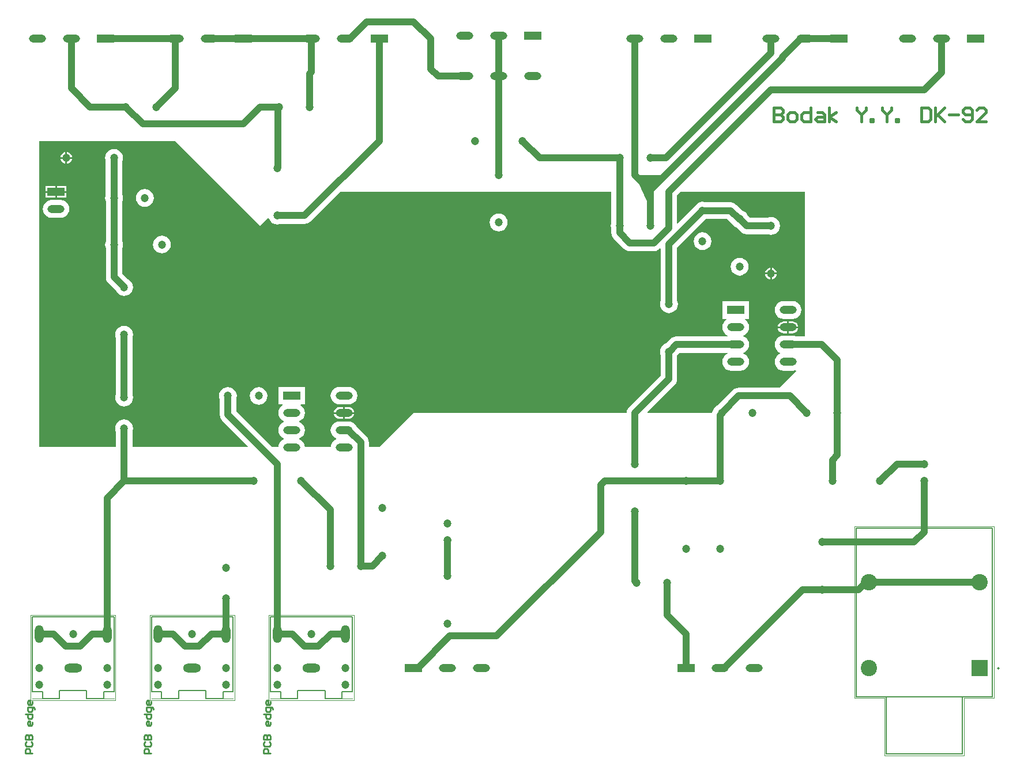
<source format=gtl>
G04*
G04 #@! TF.GenerationSoftware,Altium Limited,Altium Designer,20.2.7 (254)*
G04*
G04 Layer_Physical_Order=1*
G04 Layer_Color=255*
%FSLAX25Y25*%
%MOIN*%
G70*
G04*
G04 #@! TF.SameCoordinates,07DD798B-C11C-458A-AB0E-1EECFAB96A1D*
G04*
G04*
G04 #@! TF.FilePolarity,Positive*
G04*
G01*
G75*
%ADD10C,0.01000*%
%ADD11C,0.00787*%
%ADD12C,0.00500*%
%ADD13C,0.00000*%
%ADD14C,0.00197*%
%ADD22C,0.03937*%
%ADD23C,0.01968*%
%ADD24C,0.01500*%
%ADD25O,0.09843X0.04724*%
%ADD26R,0.09843X0.04724*%
%ADD27C,0.04724*%
%ADD28O,0.10299X0.05150*%
%ADD29O,0.05150X0.10299*%
%ADD30R,0.09449X0.09449*%
%ADD31C,0.09449*%
G36*
X489704Y403081D02*
X481307Y394685D01*
X472903Y403081D01*
X473095Y403543D01*
X489512D01*
X489704Y403081D01*
D02*
G37*
G36*
X481299Y394685D02*
Y385516D01*
X480811Y385408D01*
X473038Y402250D01*
X473448Y402536D01*
X481299Y394685D01*
D02*
G37*
G36*
X255906Y374016D02*
X260300Y378410D01*
X260885Y378288D01*
X261277Y377340D01*
X262098Y376271D01*
X263167Y375451D01*
X264412Y374935D01*
X265748Y374759D01*
X267084Y374935D01*
X267618Y375156D01*
X281496D01*
X282729Y375318D01*
X283879Y375795D01*
X284865Y376552D01*
X302015Y393701D01*
X458817D01*
Y375886D01*
X458596Y375352D01*
X458420Y374016D01*
X458596Y372680D01*
X458817Y372146D01*
Y370087D01*
X458980Y368854D01*
X459456Y367705D01*
X460213Y366718D01*
X466127Y360804D01*
X467114Y360047D01*
X468264Y359570D01*
X469497Y359408D01*
X483408D01*
X484642Y359570D01*
X485791Y360047D01*
X486778Y360804D01*
X486899Y360925D01*
X487361Y360734D01*
Y330610D01*
X487140Y330076D01*
X486964Y328740D01*
X487140Y327404D01*
X487655Y326159D01*
X488476Y325090D01*
X489545Y324270D01*
X490790Y323754D01*
X492126Y323578D01*
X493462Y323754D01*
X494707Y324270D01*
X495776Y325090D01*
X496597Y326159D01*
X497112Y327404D01*
X497288Y328740D01*
X497112Y330076D01*
X496891Y330610D01*
Y361452D01*
X513548Y378109D01*
X525880D01*
X528447Y375542D01*
X528517Y375372D01*
X529338Y374303D01*
X530407Y373482D01*
X531305Y373110D01*
X533769Y370646D01*
X534756Y369889D01*
X535905Y369413D01*
X537138Y369251D01*
X549311D01*
X549845Y369029D01*
X551181Y368853D01*
X552517Y369029D01*
X553762Y369545D01*
X554831Y370366D01*
X555652Y371435D01*
X556168Y372680D01*
X556343Y374016D01*
X556168Y375352D01*
X555652Y376597D01*
X554831Y377666D01*
X553762Y378486D01*
X552517Y379002D01*
X551181Y379178D01*
X549845Y379002D01*
X549311Y378781D01*
X539112D01*
X537529Y380364D01*
X537459Y380534D01*
X536638Y381603D01*
X535569Y382423D01*
X534671Y382795D01*
X531223Y386244D01*
X530236Y387001D01*
X529087Y387477D01*
X527854Y387639D01*
X513444D01*
X512910Y387860D01*
X511574Y388036D01*
X510238Y387860D01*
X508993Y387345D01*
X507924Y386524D01*
X507103Y385455D01*
X506882Y384921D01*
X497353Y375392D01*
X496891Y375583D01*
Y391727D01*
X498865Y393701D01*
X570866D01*
Y310041D01*
X565453D01*
X564919Y310262D01*
X563583Y310438D01*
X558465D01*
X557128Y310262D01*
X555883Y309746D01*
X554814Y308926D01*
X553994Y307857D01*
X553478Y306612D01*
X553302Y305276D01*
X553478Y303940D01*
X553994Y302695D01*
X554814Y301625D01*
X555883Y300805D01*
X556508Y300546D01*
Y300005D01*
X555883Y299746D01*
X554814Y298926D01*
X553994Y297857D01*
X553478Y296612D01*
X553302Y295276D01*
X553478Y293939D01*
X553994Y292694D01*
X554814Y291625D01*
X555883Y290805D01*
X557128Y290289D01*
X558465Y290113D01*
X563583D01*
X564919Y290289D01*
X565352Y290469D01*
X565635Y290045D01*
X555946Y280356D01*
X532480D01*
X531247Y280193D01*
X530098Y279717D01*
X529111Y278960D01*
X520591Y270440D01*
X520057Y270219D01*
X518988Y269398D01*
X518167Y268329D01*
X517662Y267109D01*
X517527Y266933D01*
X517051Y265784D01*
X517046Y265748D01*
X479833D01*
X479642Y266210D01*
X495496Y282064D01*
X496253Y283050D01*
X496729Y284200D01*
X496891Y285433D01*
Y298994D01*
X498407Y300510D01*
X526107D01*
X526200Y300043D01*
X526193Y300005D01*
X525568Y299746D01*
X524499Y298926D01*
X523679Y297857D01*
X523163Y296612D01*
X522987Y295276D01*
X523163Y293939D01*
X523679Y292694D01*
X524499Y291625D01*
X525568Y290805D01*
X526814Y290289D01*
X528150Y290113D01*
X533268D01*
X534604Y290289D01*
X535849Y290805D01*
X536918Y291625D01*
X537738Y292694D01*
X538254Y293939D01*
X538430Y295276D01*
X538254Y296612D01*
X537738Y297857D01*
X536918Y298926D01*
X535849Y299746D01*
X535224Y300005D01*
Y300546D01*
X535849Y300805D01*
X536918Y301625D01*
X537738Y302695D01*
X538254Y303940D01*
X538430Y305276D01*
X538254Y306612D01*
X537738Y307857D01*
X536918Y308926D01*
X535849Y309746D01*
X535224Y310005D01*
Y310546D01*
X535849Y310805D01*
X536918Y311625D01*
X537738Y312695D01*
X538254Y313939D01*
X538430Y315276D01*
X538254Y316612D01*
X537738Y317857D01*
X536918Y318926D01*
X535964Y319657D01*
X536099Y320158D01*
X538386D01*
Y330394D01*
X523032D01*
Y320158D01*
X525318D01*
X525453Y319657D01*
X524499Y318926D01*
X523679Y317857D01*
X523163Y316612D01*
X522987Y315276D01*
X523163Y313939D01*
X523679Y312695D01*
X524499Y311625D01*
X525568Y310805D01*
X526193Y310546D01*
X526200Y310508D01*
X526107Y310041D01*
X496434D01*
X495200Y309878D01*
X494051Y309402D01*
X493064Y308645D01*
X490443Y306024D01*
X489545Y305652D01*
X488476Y304831D01*
X487655Y303762D01*
X487140Y302517D01*
X486964Y301181D01*
X487140Y299845D01*
X487361Y299311D01*
Y287407D01*
X469071Y269117D01*
X468314Y268131D01*
X467838Y266981D01*
X467676Y265748D01*
X344488D01*
X324803Y246063D01*
X318742D01*
Y248643D01*
X318579Y249876D01*
X318103Y251026D01*
X317346Y252012D01*
X311526Y257833D01*
X311320Y258329D01*
X310500Y259398D01*
X309431Y260219D01*
X308186Y260734D01*
X306849Y260910D01*
X301731D01*
X300395Y260734D01*
X299150Y260219D01*
X298081Y259398D01*
X297261Y258329D01*
X296745Y257084D01*
X296569Y255748D01*
X296745Y254412D01*
X297261Y253167D01*
X298081Y252098D01*
X299150Y251277D01*
X299775Y251019D01*
Y250477D01*
X299150Y250219D01*
X298081Y249398D01*
X297261Y248329D01*
X296745Y247084D01*
X296610Y246063D01*
X281655D01*
X281521Y247084D01*
X281005Y248329D01*
X280185Y249398D01*
X279116Y250219D01*
X278491Y250477D01*
Y251019D01*
X279116Y251277D01*
X280185Y252098D01*
X281005Y253167D01*
X281521Y254412D01*
X281697Y255748D01*
X281521Y257084D01*
X281005Y258329D01*
X280185Y259398D01*
X279116Y260219D01*
X278491Y260477D01*
Y261019D01*
X279116Y261277D01*
X280185Y262098D01*
X281005Y263167D01*
X281521Y264412D01*
X281697Y265748D01*
X281521Y267084D01*
X281005Y268329D01*
X280185Y269398D01*
X279231Y270130D01*
X279366Y270630D01*
X281652D01*
Y280866D01*
X266298D01*
Y270630D01*
X268585D01*
X268720Y270130D01*
X267766Y269398D01*
X266946Y268329D01*
X266430Y267084D01*
X266254Y265748D01*
X266430Y264412D01*
X266946Y263167D01*
X267766Y262098D01*
X268835Y261277D01*
X269460Y261019D01*
Y260477D01*
X268835Y260219D01*
X267766Y259398D01*
X266946Y258329D01*
X266430Y257084D01*
X266254Y255748D01*
X266430Y254412D01*
X266946Y253167D01*
X267766Y252098D01*
X268835Y251277D01*
X269460Y251019D01*
Y250477D01*
X268835Y250219D01*
X267766Y249398D01*
X266946Y248329D01*
X266430Y247084D01*
X266296Y246063D01*
X262645D01*
X241970Y266738D01*
Y273721D01*
X242191Y274254D01*
X242367Y275590D01*
X242191Y276927D01*
X241675Y278172D01*
X240855Y279241D01*
X239786Y280061D01*
X238541Y280577D01*
X237205Y280753D01*
X235869Y280577D01*
X234624Y280061D01*
X233554Y279241D01*
X232734Y278172D01*
X232218Y276927D01*
X232043Y275590D01*
X232218Y274254D01*
X232439Y273721D01*
Y264764D01*
X232602Y263530D01*
X233078Y262381D01*
X233835Y261394D01*
X248705Y246525D01*
X248513Y246063D01*
X181930Y246063D01*
Y255020D01*
X182152Y255554D01*
X182328Y256890D01*
X182152Y258226D01*
X181636Y259471D01*
X180816Y260540D01*
X179746Y261360D01*
X178501Y261876D01*
X177165Y262052D01*
X175829Y261876D01*
X174584Y261360D01*
X173515Y260540D01*
X172695Y259471D01*
X172179Y258226D01*
X172003Y256890D01*
X172179Y255554D01*
X172400Y255020D01*
Y246063D01*
X127953D01*
Y423228D01*
X206693D01*
X255906Y374016D01*
D02*
G37*
%LPC*%
G36*
X144201Y416711D02*
Y413886D01*
X147026D01*
X146976Y414263D01*
X146638Y415081D01*
X146099Y415784D01*
X145396Y416323D01*
X144579Y416662D01*
X144201Y416711D01*
D02*
G37*
G36*
X143201D02*
X142823Y416662D01*
X142005Y416323D01*
X141303Y415784D01*
X140764Y415081D01*
X140425Y414263D01*
X140375Y413886D01*
X143201D01*
Y416711D01*
D02*
G37*
G36*
X147026Y412886D02*
X144201D01*
Y410060D01*
X144579Y410110D01*
X145396Y410449D01*
X146099Y410988D01*
X146638Y411690D01*
X146976Y412508D01*
X147026Y412886D01*
D02*
G37*
G36*
X143201D02*
X140375D01*
X140425Y412508D01*
X140764Y411690D01*
X141303Y410988D01*
X142005Y410449D01*
X142823Y410110D01*
X143201Y410060D01*
Y412886D01*
D02*
G37*
G36*
X143717Y397063D02*
X138295D01*
Y394201D01*
X143717D01*
Y397063D01*
D02*
G37*
G36*
X137295D02*
X131874D01*
Y394201D01*
X137295D01*
Y397063D01*
D02*
G37*
G36*
X143717Y393201D02*
X138295D01*
Y390339D01*
X143717D01*
Y393201D01*
D02*
G37*
G36*
X137295D02*
X131874D01*
Y390339D01*
X137295D01*
Y393201D01*
D02*
G37*
G36*
X189119Y395384D02*
X187783Y395208D01*
X186537Y394692D01*
X185468Y393872D01*
X184648Y392803D01*
X184132Y391558D01*
X183956Y390222D01*
X184132Y388886D01*
X184648Y387641D01*
X185468Y386572D01*
X186537Y385751D01*
X187783Y385236D01*
X189119Y385060D01*
X190455Y385236D01*
X191700Y385751D01*
X192769Y386572D01*
X193589Y387641D01*
X194105Y388886D01*
X194281Y390222D01*
X194105Y391558D01*
X193589Y392803D01*
X192769Y393872D01*
X191700Y394692D01*
X190455Y395208D01*
X189119Y395384D01*
D02*
G37*
G36*
X140354Y389020D02*
X135236D01*
X133900Y388845D01*
X132655Y388329D01*
X131586Y387509D01*
X130766Y386439D01*
X130250Y385194D01*
X130074Y383858D01*
X130250Y382522D01*
X130766Y381277D01*
X131586Y380208D01*
X132655Y379388D01*
X133900Y378872D01*
X135236Y378696D01*
X140354D01*
X141690Y378872D01*
X142936Y379388D01*
X144005Y380208D01*
X144825Y381277D01*
X145341Y382522D01*
X145517Y383858D01*
X145341Y385194D01*
X144825Y386439D01*
X144005Y387509D01*
X142936Y388329D01*
X141690Y388845D01*
X140354Y389020D01*
D02*
G37*
G36*
X393701Y381147D02*
X392365Y380971D01*
X391120Y380455D01*
X390051Y379634D01*
X389230Y378565D01*
X388714Y377320D01*
X388539Y375984D01*
X388714Y374648D01*
X389230Y373403D01*
X390051Y372334D01*
X391120Y371514D01*
X392365Y370998D01*
X393701Y370822D01*
X395037Y370998D01*
X396282Y371514D01*
X397351Y372334D01*
X398171Y373403D01*
X398687Y374648D01*
X398863Y375984D01*
X398687Y377320D01*
X398171Y378565D01*
X397351Y379634D01*
X396282Y380455D01*
X395037Y380971D01*
X393701Y381147D01*
D02*
G37*
G36*
X511574Y370320D02*
X510238Y370144D01*
X508993Y369628D01*
X507924Y368808D01*
X507103Y367739D01*
X506588Y366494D01*
X506412Y365158D01*
X506588Y363821D01*
X507103Y362576D01*
X507924Y361507D01*
X508993Y360687D01*
X510238Y360171D01*
X511574Y359995D01*
X512910Y360171D01*
X514155Y360687D01*
X515224Y361507D01*
X516045Y362576D01*
X516561Y363821D01*
X516736Y365158D01*
X516561Y366494D01*
X516045Y367739D01*
X515224Y368808D01*
X514155Y369628D01*
X512910Y370144D01*
X511574Y370320D01*
D02*
G37*
G36*
X198931Y368410D02*
X197595Y368234D01*
X196350Y367719D01*
X195280Y366898D01*
X194460Y365829D01*
X193944Y364584D01*
X193769Y363248D01*
X193944Y361912D01*
X194460Y360667D01*
X195280Y359598D01*
X196350Y358777D01*
X197595Y358261D01*
X198931Y358086D01*
X200267Y358261D01*
X201512Y358777D01*
X202581Y359598D01*
X203401Y360667D01*
X203917Y361912D01*
X204093Y363248D01*
X203917Y364584D01*
X203401Y365829D01*
X202581Y366898D01*
X201512Y367719D01*
X200267Y368234D01*
X198931Y368410D01*
D02*
G37*
G36*
X551681Y349782D02*
Y346957D01*
X554506D01*
X554457Y347334D01*
X554118Y348152D01*
X553579Y348855D01*
X552877Y349394D01*
X552059Y349732D01*
X551681Y349782D01*
D02*
G37*
G36*
X550681Y349782D02*
X550303Y349732D01*
X549485Y349394D01*
X548783Y348855D01*
X548244Y348152D01*
X547905Y347334D01*
X547856Y346957D01*
X550681D01*
Y349782D01*
D02*
G37*
G36*
X532988Y355556D02*
X531652Y355380D01*
X530407Y354864D01*
X529338Y354044D01*
X528517Y352975D01*
X528002Y351730D01*
X527826Y350394D01*
X528002Y349058D01*
X528517Y347813D01*
X529338Y346743D01*
X530407Y345923D01*
X531652Y345407D01*
X532988Y345231D01*
X534324Y345407D01*
X535569Y345923D01*
X536638Y346743D01*
X537459Y347813D01*
X537975Y349058D01*
X538150Y350394D01*
X537975Y351730D01*
X537459Y352975D01*
X536638Y354044D01*
X535569Y354864D01*
X534324Y355380D01*
X532988Y355556D01*
D02*
G37*
G36*
X554506Y345957D02*
X551681D01*
Y343131D01*
X552059Y343181D01*
X552877Y343520D01*
X553579Y344059D01*
X554118Y344761D01*
X554457Y345579D01*
X554506Y345957D01*
D02*
G37*
G36*
X550681D02*
X547856D01*
X547905Y345579D01*
X548244Y344761D01*
X548783Y344059D01*
X549485Y343520D01*
X550303Y343181D01*
X550681Y343131D01*
Y345957D01*
D02*
G37*
G36*
X171260Y418548D02*
X169924Y418372D01*
X168679Y417857D01*
X167610Y417036D01*
X166789Y415967D01*
X166273Y414722D01*
X166098Y413386D01*
X166273Y412050D01*
X166566Y411344D01*
Y391920D01*
X166416Y391558D01*
X166240Y390222D01*
X166416Y388886D01*
X166622Y388388D01*
Y365155D01*
X166385Y364584D01*
X166209Y363248D01*
X166385Y361912D01*
X166606Y361378D01*
Y344481D01*
X166769Y343248D01*
X167245Y342099D01*
X168002Y341112D01*
X172399Y336715D01*
X172695Y336002D01*
X173515Y334932D01*
X174584Y334112D01*
X175829Y333596D01*
X177165Y333420D01*
X178501Y333596D01*
X179746Y334112D01*
X180816Y334932D01*
X181636Y336002D01*
X182152Y337247D01*
X182328Y338583D01*
X182152Y339919D01*
X181636Y341164D01*
X180816Y342233D01*
X179746Y343053D01*
X179392Y343200D01*
X176137Y346455D01*
Y361378D01*
X176358Y361912D01*
X176534Y363248D01*
X176358Y364584D01*
X176152Y365081D01*
Y388315D01*
X176388Y388886D01*
X176564Y390222D01*
X176388Y391558D01*
X176096Y392264D01*
Y411687D01*
X176246Y412050D01*
X176422Y413386D01*
X176246Y414722D01*
X175731Y415967D01*
X174910Y417036D01*
X173841Y417857D01*
X172596Y418372D01*
X171260Y418548D01*
D02*
G37*
G36*
X563583Y330438D02*
X558465D01*
X557128Y330262D01*
X555883Y329746D01*
X554814Y328926D01*
X553994Y327857D01*
X553478Y326612D01*
X553302Y325276D01*
X553478Y323939D01*
X553994Y322694D01*
X554814Y321625D01*
X555883Y320805D01*
X557128Y320289D01*
X558465Y320113D01*
X563583D01*
X564919Y320289D01*
X566164Y320805D01*
X567233Y321625D01*
X568053Y322694D01*
X568569Y323939D01*
X568745Y325276D01*
X568569Y326612D01*
X568053Y327857D01*
X567233Y328926D01*
X566164Y329746D01*
X564919Y330262D01*
X563583Y330438D01*
D02*
G37*
G36*
Y318667D02*
X561524D01*
Y315776D01*
X566908D01*
X566858Y316153D01*
X566519Y316971D01*
X565981Y317673D01*
X565278Y318213D01*
X564460Y318551D01*
X563583Y318667D01*
D02*
G37*
G36*
X560524D02*
X558465D01*
X557587Y318551D01*
X556769Y318213D01*
X556067Y317673D01*
X555528Y316971D01*
X555189Y316153D01*
X555139Y315776D01*
X560524D01*
Y318667D01*
D02*
G37*
G36*
X566908Y314776D02*
X561524D01*
Y311884D01*
X563583D01*
X564460Y312000D01*
X565278Y312339D01*
X565981Y312878D01*
X566519Y313580D01*
X566858Y314398D01*
X566908Y314776D01*
D02*
G37*
G36*
X560524D02*
X555139D01*
X555189Y314398D01*
X555528Y313580D01*
X556067Y312878D01*
X556769Y312339D01*
X557587Y312000D01*
X558465Y311884D01*
X560524D01*
Y314776D01*
D02*
G37*
G36*
X306849Y280910D02*
X301731D01*
X300395Y280734D01*
X299150Y280219D01*
X298081Y279398D01*
X297261Y278329D01*
X296745Y277084D01*
X296569Y275748D01*
X296745Y274412D01*
X297261Y273167D01*
X298081Y272098D01*
X299150Y271277D01*
X300395Y270762D01*
X301731Y270586D01*
X306849D01*
X308186Y270762D01*
X309431Y271277D01*
X310500Y272098D01*
X311320Y273167D01*
X311836Y274412D01*
X312012Y275748D01*
X311836Y277084D01*
X311320Y278329D01*
X310500Y279398D01*
X309431Y280219D01*
X308186Y280734D01*
X306849Y280910D01*
D02*
G37*
G36*
X254921Y280753D02*
X253585Y280577D01*
X252340Y280061D01*
X251271Y279241D01*
X250451Y278172D01*
X249935Y276927D01*
X249759Y275590D01*
X249935Y274254D01*
X250451Y273009D01*
X251271Y271940D01*
X252340Y271120D01*
X253585Y270604D01*
X254921Y270428D01*
X256257Y270604D01*
X257502Y271120D01*
X258572Y271940D01*
X259392Y273009D01*
X259908Y274254D01*
X260084Y275590D01*
X259908Y276927D01*
X259392Y278172D01*
X258572Y279241D01*
X257502Y280061D01*
X256257Y280577D01*
X254921Y280753D01*
D02*
G37*
G36*
X177165Y316186D02*
X175829Y316010D01*
X174584Y315494D01*
X173515Y314674D01*
X172695Y313605D01*
X172179Y312360D01*
X172003Y311024D01*
X172179Y309687D01*
X172400Y309154D01*
Y276476D01*
X172179Y275942D01*
X172003Y274606D01*
X172179Y273270D01*
X172695Y272025D01*
X173515Y270956D01*
X174584Y270136D01*
X175829Y269620D01*
X177165Y269444D01*
X178501Y269620D01*
X179746Y270136D01*
X180816Y270956D01*
X181636Y272025D01*
X182152Y273270D01*
X182328Y274606D01*
X182152Y275942D01*
X181930Y276476D01*
Y309154D01*
X182152Y309687D01*
X182328Y311024D01*
X182152Y312360D01*
X181636Y313605D01*
X180816Y314674D01*
X179746Y315494D01*
X178501Y316010D01*
X177165Y316186D01*
D02*
G37*
G36*
X306849Y269139D02*
X304790D01*
Y266248D01*
X310175D01*
X310125Y266626D01*
X309786Y267444D01*
X309247Y268146D01*
X308545Y268685D01*
X307727Y269024D01*
X306849Y269139D01*
D02*
G37*
G36*
X303790D02*
X301731D01*
X300853Y269024D01*
X300036Y268685D01*
X299333Y268146D01*
X298794Y267444D01*
X298456Y266626D01*
X298406Y266248D01*
X303790D01*
Y269139D01*
D02*
G37*
G36*
X310175Y265248D02*
X304790D01*
Y262357D01*
X306849D01*
X307727Y262472D01*
X308545Y262811D01*
X309247Y263350D01*
X309786Y264052D01*
X310125Y264870D01*
X310175Y265248D01*
D02*
G37*
G36*
X303790D02*
X298406D01*
X298456Y264870D01*
X298794Y264052D01*
X299333Y263350D01*
X300036Y262811D01*
X300853Y262472D01*
X301731Y262357D01*
X303790D01*
Y265248D01*
D02*
G37*
%LPD*%
D10*
X261807Y68889D02*
X257807D01*
Y70888D01*
X258474Y71555D01*
X259807D01*
X260473Y70888D01*
Y68889D01*
X258474Y75554D02*
X257807Y74888D01*
Y73555D01*
X258474Y72888D01*
X261140D01*
X261807Y73555D01*
Y74888D01*
X261140Y75554D01*
X257807Y76888D02*
X261807D01*
Y78887D01*
X261140Y79554D01*
X260473D01*
X259807Y78887D01*
Y76888D01*
Y78887D01*
X259140Y79554D01*
X258474D01*
X257807Y78887D01*
Y76888D01*
X261807Y86886D02*
Y85553D01*
X261140Y84886D01*
X259807D01*
X259140Y85553D01*
Y86886D01*
X259807Y87553D01*
X260473D01*
Y84886D01*
X257807Y91552D02*
X261807D01*
Y89552D01*
X261140Y88886D01*
X259807D01*
X259140Y89552D01*
Y91552D01*
X263140Y94218D02*
Y94885D01*
X262473Y95552D01*
X259140D01*
Y93552D01*
X259807Y92885D01*
X261140D01*
X261807Y93552D01*
Y95552D01*
Y98884D02*
Y97551D01*
X261140Y96885D01*
X259807D01*
X259140Y97551D01*
Y98884D01*
X259807Y99551D01*
X260473D01*
Y96885D01*
X192909Y68889D02*
X188909D01*
Y70888D01*
X189576Y71555D01*
X190909D01*
X191576Y70888D01*
Y68889D01*
X189576Y75554D02*
X188909Y74888D01*
Y73555D01*
X189576Y72888D01*
X192242D01*
X192909Y73555D01*
Y74888D01*
X192242Y75554D01*
X188909Y76888D02*
X192909D01*
Y78887D01*
X192242Y79554D01*
X191576D01*
X190909Y78887D01*
Y76888D01*
Y78887D01*
X190243Y79554D01*
X189576D01*
X188909Y78887D01*
Y76888D01*
X192909Y86886D02*
Y85553D01*
X192242Y84886D01*
X190909D01*
X190243Y85553D01*
Y86886D01*
X190909Y87553D01*
X191576D01*
Y84886D01*
X188909Y91552D02*
X192909D01*
Y89552D01*
X192242Y88886D01*
X190909D01*
X190243Y89552D01*
Y91552D01*
X194242Y94218D02*
Y94885D01*
X193576Y95552D01*
X190243D01*
Y93552D01*
X190909Y92885D01*
X192242D01*
X192909Y93552D01*
Y95552D01*
Y98884D02*
Y97551D01*
X192242Y96885D01*
X190909D01*
X190243Y97551D01*
Y98884D01*
X190909Y99551D01*
X191576D01*
Y96885D01*
X124011Y68889D02*
X120012D01*
Y70888D01*
X120678Y71555D01*
X122012D01*
X122678Y70888D01*
Y68889D01*
X120678Y75554D02*
X120012Y74888D01*
Y73555D01*
X120678Y72888D01*
X123345D01*
X124011Y73555D01*
Y74888D01*
X123345Y75554D01*
X120012Y76888D02*
X124011D01*
Y78887D01*
X123345Y79554D01*
X122678D01*
X122012Y78887D01*
Y76888D01*
Y78887D01*
X121345Y79554D01*
X120678D01*
X120012Y78887D01*
Y76888D01*
X124011Y86886D02*
Y85553D01*
X123345Y84886D01*
X122012D01*
X121345Y85553D01*
Y86886D01*
X122012Y87553D01*
X122678D01*
Y84886D01*
X120012Y91552D02*
X124011D01*
Y89552D01*
X123345Y88886D01*
X122012D01*
X121345Y89552D01*
Y91552D01*
X125345Y94218D02*
Y94885D01*
X124678Y95552D01*
X121345D01*
Y93552D01*
X122012Y92885D01*
X123345D01*
X124011Y93552D01*
Y95552D01*
Y98884D02*
Y97551D01*
X123345Y96885D01*
X122012D01*
X121345Y97551D01*
Y98884D01*
X122012Y99551D01*
X122678D01*
Y96885D01*
D11*
X682992Y117953D02*
G03*
X682992Y117953I-394J0D01*
G01*
D12*
X261811Y104331D02*
Y147638D01*
X309055D01*
Y104331D02*
Y147638D01*
X261811Y104331D02*
X267717D01*
Y100394D02*
Y104331D01*
Y100394D02*
X277559D01*
Y105118D01*
X293307D01*
Y100394D02*
Y105118D01*
Y100394D02*
X303150D01*
Y104331D01*
X309055D01*
X192913D02*
Y147638D01*
X240158D01*
Y104331D02*
Y147638D01*
X192913Y104331D02*
X198819D01*
Y100394D02*
Y104331D01*
Y100394D02*
X208661D01*
Y105118D01*
X224410D01*
Y100394D02*
Y105118D01*
Y100394D02*
X234252D01*
Y104331D01*
X240158D01*
X679134Y101575D02*
Y199213D01*
X600394D02*
X679134D01*
X600394Y101575D02*
Y199213D01*
Y101575D02*
X617889D01*
Y68504D02*
Y101575D01*
Y68504D02*
X661639D01*
Y101575D01*
X679134D01*
X617889D02*
X661639D01*
X124016Y104331D02*
Y147638D01*
X171260D01*
Y104331D02*
Y147638D01*
X124016Y104331D02*
X129921D01*
Y100394D02*
Y104331D01*
Y100394D02*
X139764D01*
Y105118D01*
X155512D01*
Y100394D02*
Y105118D01*
Y100394D02*
X165354D01*
Y104331D01*
X171260D01*
D13*
X261811Y100394D02*
X277559D01*
Y105118D01*
X293307D01*
Y100394D02*
Y105118D01*
Y100394D02*
X309055D01*
X192913D02*
X208661D01*
Y105118D01*
X224410D01*
Y100394D02*
Y105118D01*
Y100394D02*
X240158D01*
X124016D02*
X139764D01*
Y105118D01*
X155512D01*
Y100394D02*
Y105118D01*
Y100394D02*
X171260D01*
D14*
X260827Y148622D02*
X310039D01*
Y99410D02*
Y148622D01*
X260827Y99410D02*
X310039D01*
X260827D02*
Y148622D01*
X191929D02*
X241142D01*
Y99410D02*
Y148622D01*
X191929Y99410D02*
X241142D01*
X191929D02*
Y148622D01*
X680118Y100591D02*
Y200197D01*
X599409D02*
X680118D01*
X599409Y100591D02*
Y200197D01*
Y100591D02*
X616904D01*
Y67520D02*
Y100591D01*
Y67520D02*
X662623D01*
Y100591D01*
X680118D01*
X123031Y148622D02*
X172244D01*
Y99410D02*
Y148622D01*
X123031Y99410D02*
X172244D01*
X123031D02*
Y148622D01*
D22*
X237205Y264764D02*
Y275590D01*
Y264764D02*
X265748Y236221D01*
X177165Y226378D02*
X251969D01*
X265748Y137795D02*
Y236221D01*
X417323Y413386D02*
X463583D01*
X407480Y423228D02*
X417323Y413386D01*
X463583Y374016D02*
Y413386D01*
X313976Y177165D02*
X320627D01*
X326532Y183071D01*
X313976Y177165D02*
Y248643D01*
X306871Y255748D02*
X313976Y248643D01*
X304290Y255748D02*
X306871D01*
X296260Y177165D02*
Y209646D01*
X279528Y226378D02*
X296260Y209646D01*
X379875Y423182D02*
X379921Y423228D01*
X265748Y379921D02*
X281496D01*
X324803Y423228D01*
Y482283D01*
X364173Y191929D02*
X364353D01*
X363960Y201772D02*
X364173D01*
Y171260D02*
Y191929D01*
X501968Y118110D02*
Y137795D01*
X491142Y148622D02*
Y167323D01*
Y148622D02*
X501968Y137795D01*
X521654Y118110D02*
X524213D01*
X569488Y163386D01*
X580709D01*
X607677Y167717D02*
X671850D01*
X580709Y163386D02*
X601855D01*
X606186Y167717D01*
X607677D01*
X633858Y190945D02*
X639764Y196850D01*
X580709Y190945D02*
X633858D01*
X639764Y196850D02*
Y226378D01*
X589567Y241284D02*
Y265748D01*
X586614Y226378D02*
Y238331D01*
X589567Y241284D01*
X586614Y226378D02*
X586614Y226378D01*
X589567Y265748D02*
Y296260D01*
X614173Y226378D02*
X624016Y236221D01*
X639764D01*
X580551Y305276D02*
X589567Y296260D01*
X561024Y305276D02*
X580551D01*
X496434D02*
X530709D01*
X492339Y301181D02*
X496434Y305276D01*
X492126Y301181D02*
X492339D01*
X492126Y285433D02*
Y301181D01*
X472441Y236221D02*
Y265748D01*
X492126Y285433D01*
X472441Y168520D02*
Y208661D01*
Y168520D02*
X473425Y167536D01*
Y167323D02*
Y167536D01*
X562008Y275590D02*
X571850Y265748D01*
X532480Y275590D02*
X562008D01*
X522638Y265748D02*
X532480Y275590D01*
X521654Y226378D02*
Y264551D01*
X522638Y265535D01*
Y265748D01*
X501968Y226378D02*
X521654D01*
X452756Y196850D02*
Y224072D01*
X455062Y226378D02*
X501968D01*
X452756Y224072D02*
X455062Y226378D01*
X392520Y136614D02*
X452756Y196850D01*
X344488Y118110D02*
X347047D01*
X365551Y136614D01*
X392520D01*
X171372Y344481D02*
Y363248D01*
Y344481D02*
X177165Y338688D01*
Y338583D02*
Y338688D01*
X171372Y363248D02*
X171387Y363263D01*
Y390207D01*
X171402Y390222D01*
X171260Y413386D02*
X171331Y413315D01*
Y390293D02*
Y413315D01*
Y390293D02*
X171402Y390222D01*
X177165Y274606D02*
Y311024D01*
Y226378D02*
Y256890D01*
X167323Y137795D02*
Y216535D01*
X177165Y226378D01*
X127953Y137795D02*
X136433D01*
X143520Y130709D01*
X151598D01*
X158685Y137795D01*
X167323D01*
X296638D02*
X305118D01*
X289551Y130709D02*
X296638Y137795D01*
X281473Y130709D02*
X289551D01*
X274386Y137795D02*
X281473Y130709D01*
X265748Y137795D02*
X274386D01*
X236221D02*
Y158465D01*
X196850Y137795D02*
X205331D01*
X212417Y130709D01*
X220496D01*
X227582Y137795D01*
X236221D01*
X551181Y474016D02*
Y482283D01*
X463583Y370087D02*
X469497Y364173D01*
X483408D01*
X463583Y370087D02*
Y374016D01*
X483408Y364173D02*
X492126Y372891D01*
Y393701D01*
Y328740D02*
Y363426D01*
X511574Y382874D01*
X537138Y374016D02*
X551181D01*
X533201Y377953D02*
X537138Y374016D01*
X532988Y377953D02*
X533201D01*
X511574Y382874D02*
X527854D01*
X532775Y377953D01*
X532988D01*
X492126Y393701D02*
X551181Y452756D01*
X639764D01*
X557874Y471850D02*
X568307Y482283D01*
X481316Y394685D02*
X557874Y471243D01*
Y471850D01*
X568307Y482283D02*
X570866D01*
X481299Y394685D02*
X481316D01*
X490551Y413386D02*
X551181Y474016D01*
X481299Y413386D02*
X490551D01*
X570866Y482283D02*
X590551D01*
X666732D02*
X669291D01*
X649606Y462598D02*
Y482283D01*
X639764Y452756D02*
X649606Y462598D01*
X472441Y403543D02*
Y482283D01*
X481299Y374016D02*
Y394685D01*
X472441Y403543D02*
X481299Y394685D01*
X354331Y464905D02*
Y482283D01*
X358606Y460630D02*
X374016D01*
X354331Y464905D02*
X358606Y460630D01*
X344488Y492126D02*
X354331Y482283D01*
X317520Y492126D02*
X344488D01*
X305118Y482283D02*
X307677D01*
X317520Y492126D01*
X393701Y403543D02*
Y460630D01*
X393701Y460630D02*
X393701Y460630D01*
X393701Y460630D02*
Y484252D01*
X285433Y463015D02*
Y482283D01*
X284449Y462031D02*
X285433Y463015D01*
X284449Y442913D02*
Y462031D01*
X246030Y482283D02*
X285433D01*
X226345D02*
X246030D01*
X266240Y407972D02*
Y442421D01*
X255906Y442913D02*
X266732D01*
X246063Y433071D02*
X255906Y442913D01*
X178150D02*
X187992Y433071D01*
X246063D01*
X157480Y442913D02*
X178150D01*
X146621Y453773D02*
Y482283D01*
Y453773D02*
X157480Y442913D01*
X195866D02*
X206660Y453708D01*
Y482283D01*
X166306D02*
X206660D01*
D23*
X266240Y442421D02*
X266732Y442913D01*
X265748Y407480D02*
X266240Y407972D01*
D24*
X552681Y442568D02*
Y434571D01*
X556680D01*
X558013Y435904D01*
Y437237D01*
X556680Y438570D01*
X552681D01*
X556680D01*
X558013Y439902D01*
Y441235D01*
X556680Y442568D01*
X552681D01*
X562011Y434571D02*
X564677D01*
X566010Y435904D01*
Y438570D01*
X564677Y439902D01*
X562011D01*
X560678Y438570D01*
Y435904D01*
X562011Y434571D01*
X574008Y442568D02*
Y434571D01*
X570009D01*
X568676Y435904D01*
Y438570D01*
X570009Y439902D01*
X574008D01*
X578006D02*
X580672D01*
X582005Y438570D01*
Y434571D01*
X578006D01*
X576673Y435904D01*
X578006Y437237D01*
X582005D01*
X584671Y434571D02*
Y442568D01*
Y437237D02*
X588669Y439902D01*
X584671Y437237D02*
X588669Y434571D01*
X600666Y442568D02*
Y441235D01*
X603331Y438570D01*
X605997Y441235D01*
Y442568D01*
X603331Y438570D02*
Y434571D01*
X608663D02*
Y435904D01*
X609996D01*
Y434571D01*
X608663D01*
X615328Y442568D02*
Y441235D01*
X617993Y438570D01*
X620659Y441235D01*
Y442568D01*
X617993Y438570D02*
Y434571D01*
X623325D02*
Y435904D01*
X624658D01*
Y434571D01*
X623325D01*
X637987Y442568D02*
Y434571D01*
X641986D01*
X643318Y435904D01*
Y441235D01*
X641986Y442568D01*
X637987D01*
X645984D02*
Y434571D01*
Y437237D01*
X651316Y442568D01*
X647317Y438570D01*
X651316Y434571D01*
X653982Y438570D02*
X659313D01*
X661979Y435904D02*
X663312Y434571D01*
X665978D01*
X667311Y435904D01*
Y441235D01*
X665978Y442568D01*
X663312D01*
X661979Y441235D01*
Y439902D01*
X663312Y438570D01*
X667311D01*
X675308Y434571D02*
X669977D01*
X675308Y439902D01*
Y441235D01*
X673975Y442568D01*
X671309D01*
X669977Y441235D01*
D25*
X137795Y383858D02*
D03*
X649606Y482283D02*
D03*
X629921D02*
D03*
X570866D02*
D03*
X551181D02*
D03*
X492126D02*
D03*
X472441D02*
D03*
X393701Y484252D02*
D03*
X374016D02*
D03*
Y460630D02*
D03*
X393701D02*
D03*
X413386D02*
D03*
X305118Y482283D02*
D03*
X285433D02*
D03*
X226345D02*
D03*
X206660D02*
D03*
X146621D02*
D03*
X126936D02*
D03*
X364173Y118110D02*
D03*
X383858D02*
D03*
X521654D02*
D03*
X541339D02*
D03*
X530709Y315276D02*
D03*
Y305276D02*
D03*
Y295276D02*
D03*
X561024Y325276D02*
D03*
Y315276D02*
D03*
Y305276D02*
D03*
Y295276D02*
D03*
X273975Y265748D02*
D03*
Y255748D02*
D03*
Y245748D02*
D03*
X304290Y275748D02*
D03*
Y265748D02*
D03*
Y255748D02*
D03*
Y245748D02*
D03*
D26*
X137795Y393701D02*
D03*
X669291Y482283D02*
D03*
X590551D02*
D03*
X511811D02*
D03*
X413386Y484252D02*
D03*
X324803Y482283D02*
D03*
X246030D02*
D03*
X166306D02*
D03*
X344488Y118110D02*
D03*
X501968D02*
D03*
X530709Y325276D02*
D03*
X273975Y275748D02*
D03*
D27*
X364173Y201772D02*
D03*
Y191929D02*
D03*
X614173Y226378D02*
D03*
X586614D02*
D03*
X189119Y390222D02*
D03*
X171402D02*
D03*
X171372Y363248D02*
D03*
X198931D02*
D03*
X177165Y311024D02*
D03*
Y338583D02*
D03*
X265748Y108268D02*
D03*
Y118110D02*
D03*
X285433Y137795D02*
D03*
X305118Y108268D02*
D03*
Y118110D02*
D03*
X196850Y108268D02*
D03*
Y118110D02*
D03*
X216535Y137795D02*
D03*
X236221Y108268D02*
D03*
Y118110D02*
D03*
X364173Y171260D02*
D03*
Y143701D02*
D03*
X639764Y236221D02*
D03*
Y226378D02*
D03*
X580709Y163386D02*
D03*
Y190945D02*
D03*
X589567Y265748D02*
D03*
X571850D02*
D03*
X491142Y167323D02*
D03*
X473425D02*
D03*
X472441Y208661D02*
D03*
Y236221D02*
D03*
X540354Y265748D02*
D03*
X522638D02*
D03*
X521654Y226378D02*
D03*
Y187008D02*
D03*
X501968D02*
D03*
Y226378D02*
D03*
X492126Y328740D02*
D03*
Y301181D02*
D03*
X551181Y346457D02*
D03*
Y374016D02*
D03*
X532988Y350394D02*
D03*
Y377953D02*
D03*
X511574Y365158D02*
D03*
Y382874D02*
D03*
X236221Y158465D02*
D03*
Y176181D02*
D03*
X407480Y423228D02*
D03*
X379921D02*
D03*
X481299Y374016D02*
D03*
X463583D02*
D03*
X481299Y413386D02*
D03*
X463583D02*
D03*
X326532Y210630D02*
D03*
Y183071D02*
D03*
X393701Y403543D02*
D03*
Y375984D02*
D03*
X313976Y177165D02*
D03*
X296260D02*
D03*
X279528Y226378D02*
D03*
X251969D02*
D03*
X177165Y274606D02*
D03*
Y256890D02*
D03*
X237205Y275590D02*
D03*
X254921D02*
D03*
X143701Y413386D02*
D03*
X171260D02*
D03*
X265748Y407480D02*
D03*
Y379921D02*
D03*
X284449Y442913D02*
D03*
X266732D02*
D03*
X127953Y108268D02*
D03*
Y118110D02*
D03*
X147638Y137795D02*
D03*
X167323Y108268D02*
D03*
Y118110D02*
D03*
X195866Y442913D02*
D03*
X178150D02*
D03*
D28*
X285433Y118110D02*
D03*
X216535D02*
D03*
X147638D02*
D03*
D29*
X305118Y137795D02*
D03*
X265748D02*
D03*
X236221D02*
D03*
X196850D02*
D03*
X167323D02*
D03*
X127953D02*
D03*
D30*
X671850Y118110D02*
D03*
D31*
Y167717D02*
D03*
X607677Y118110D02*
D03*
Y167717D02*
D03*
M02*

</source>
